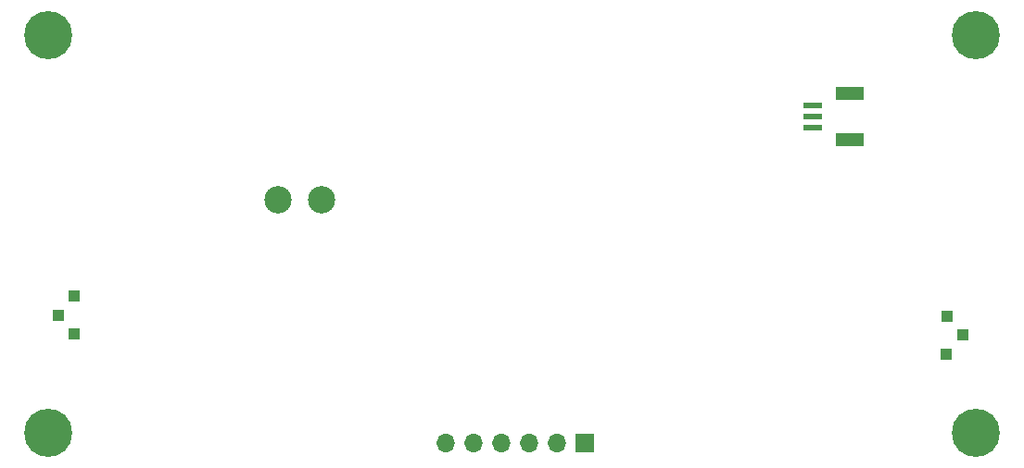
<source format=gbr>
%TF.GenerationSoftware,KiCad,Pcbnew,8.0.2*%
%TF.CreationDate,2024-05-01T20:18:58+08:00*%
%TF.ProjectId,bldcDriver,626c6463-4472-4697-9665-722e6b696361,rev?*%
%TF.SameCoordinates,Original*%
%TF.FileFunction,Soldermask,Top*%
%TF.FilePolarity,Negative*%
%FSLAX46Y46*%
G04 Gerber Fmt 4.6, Leading zero omitted, Abs format (unit mm)*
G04 Created by KiCad (PCBNEW 8.0.2) date 2024-05-01 20:18:58*
%MOMM*%
%LPD*%
G01*
G04 APERTURE LIST*
%ADD10R,1.700000X1.700000*%
%ADD11O,1.700000X1.700000*%
%ADD12R,1.000000X1.000000*%
%ADD13C,2.500000*%
%ADD14C,4.400000*%
%ADD15R,1.700000X0.500000*%
%ADD16R,2.500000X1.200000*%
G04 APERTURE END LIST*
D10*
%TO.C,J2*%
X83950000Y-70600000D03*
D11*
X81410000Y-70600000D03*
X78870000Y-70600000D03*
X76330000Y-70600000D03*
X73790000Y-70600000D03*
X71250000Y-70600000D03*
%TD*%
D12*
%TO.C,TP1*%
X37320000Y-60610000D03*
%TD*%
D13*
%TO.C,J1*%
X59900000Y-48300000D03*
X55900000Y-48300000D03*
%TD*%
D12*
%TO.C,TP3*%
X37300000Y-57110000D03*
%TD*%
D14*
%TO.C,*%
X34960000Y-33240000D03*
%TD*%
%TO.C,*%
X119660000Y-33240000D03*
%TD*%
D12*
%TO.C,TP5*%
X118520000Y-60690000D03*
%TD*%
%TO.C,TP2*%
X35860000Y-58910000D03*
%TD*%
%TO.C,TP4*%
X117040000Y-58950000D03*
%TD*%
D14*
%TO.C,*%
X119660000Y-69640000D03*
%TD*%
D12*
%TO.C,TP6*%
X116990000Y-62450000D03*
%TD*%
D14*
%TO.C,*%
X34960000Y-69640000D03*
%TD*%
D15*
%TO.C,J4*%
X104763500Y-41700000D03*
X104763500Y-40700000D03*
X104763500Y-39700000D03*
D16*
X108163500Y-42800000D03*
X108163500Y-38600000D03*
%TD*%
M02*

</source>
